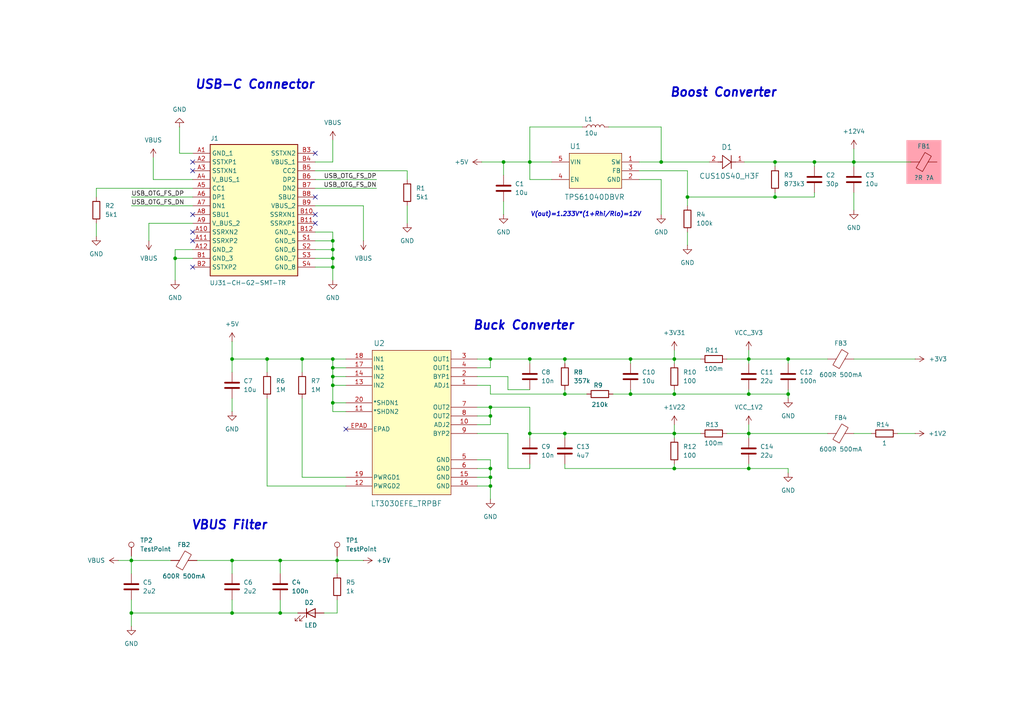
<source format=kicad_sch>
(kicad_sch (version 20250114) (generator "eeschema") (generator_version "9.0")
  (paper "A4")
  (lib_symbols
    (symbol "Connector:TestPoint" (pin_numbers (hide yes)) (pin_names (offset 0.762) (hide yes))
      (property "Reference" "TP" (at 0 6.858 0))
      (property "Value" "TestPoint" (at 0 5.08 0))
      (symbol "TestPoint_0_1"
        (circle (center 0 3.302) (radius 0.762))
      )
      (symbol "TestPoint_1_1"
        (pin passive line (at 0 0 90) (length 2.54) (name "1") (number "1"))
      )
    )
    (symbol "Custom:CUS10S40_H3F" (pin_names (offset 0.254))
      (property "Reference" "D" (at 5.08 4.445 0))
      (property "Value" "CUS10S40_H3F" (at 5.08 -3.81 0))
      (symbol "CUS10S40_H3F_1_1"
        (polyline (pts (xy 2.54 0) (xy 3.4798 0)) (stroke (width 0.2032)))
        (polyline (pts (xy 3.175 0) (xy 3.81 0)) (stroke (width 0.2032)))
        (polyline (pts (xy 3.81 1.905) (xy 3.81 -1.905)) (stroke (width 0.2032)))
        (polyline (pts (xy 3.81 -1.905) (xy 6.35 0)) (stroke (width 0.2032)))
        (polyline (pts (xy 6.35 0) (xy 3.81 1.905)) (stroke (width 0.2032)))
        (polyline (pts (xy 6.35 0) (xy 7.62 0)) (stroke (width 0.2032)))
        (polyline (pts (xy 6.35 -1.905) (xy 6.35 1.905)) (stroke (width 0.2032)))
        (pin unspecified line (at 0 0 0) (length 2.54) (name "") (number "2"))
        (pin unspecified line (at 10.16 0 180) (length 2.54) (name "") (number "1"))
      )
      (symbol "CUS10S40_H3F_1_2"
        (polyline (pts (xy -1.905 3.81) (xy 1.905 3.81)) (stroke (width 0.2032)))
        (polyline (pts (xy 0 6.35) (xy -1.905 3.81)) (stroke (width 0.2032)))
        (polyline (pts (xy 0 6.35) (xy 0 7.62)) (stroke (width 0.2032)))
        (polyline (pts (xy 0 3.175) (xy 0 3.81)) (stroke (width 0.2032)))
        (polyline (pts (xy 0 2.54) (xy 0 3.4798)) (stroke (width 0.2032)))
        (polyline (pts (xy 1.905 6.35) (xy -1.905 6.35)) (stroke (width 0.2032)))
        (polyline (pts (xy 1.905 3.81) (xy 0 6.35)) (stroke (width 0.2032)))
        (pin unspecified line (at 0 10.16 270) (length 2.54) (name "") (number "1"))
        (pin unspecified line (at 0 0 90) (length 2.54) (name "") (number "2"))
      )
    )
    (symbol "Custom:LT3030EFE_TRPBF" (pin_names (offset 0.254))
      (property "Reference" "U" (at 8.89 5.588 0))
      (property "Value" "LT3030EFE_TRPBF" (at 18.542 -41.656 0))
      (symbol "LT3030EFE_TRPBF_1_1"
        (rectangle (start 7.62 3.81) (end 30.48 -38.1) (fill (type background)))
        (pin input line (at 0 1.27 0) (length 7.62) (name "IN1") (number "18"))
        (pin input line (at 0 -1.27 0) (length 7.62) (name "IN1") (number "17"))
        (pin input line (at 0 -3.81 0) (length 7.62) (name "IN2") (number "14"))
        (pin input line (at 0 -6.35 0) (length 7.62) (name "IN2") (number "13"))
        (pin output line (at 0 -11.43 0) (length 7.62) (name "*SHDN1") (number "20"))
        (pin output line (at 0 -13.97 0) (length 7.62) (name "*SHDN2") (number "11"))
        (pin unspecified line (at 0 -19.05 0) (length 7.62) (name "EPAD") (number "EPAD"))
        (pin power_in line (at 0 -33.02 0) (length 7.62) (name "PWRGD1") (number "19"))
        (pin power_in line (at 0 -35.56 0) (length 7.62) (name "PWRGD2") (number "12"))
        (pin output line (at 38.1 1.27 180) (length 7.62) (name "OUT1") (number "3"))
        (pin output line (at 38.1 -1.27 180) (length 7.62) (name "OUT1") (number "4"))
        (pin unspecified line (at 38.1 -3.81 180) (length 7.62) (name "BYP1") (number "2"))
        (pin input line (at 38.1 -6.35 180) (length 7.62) (name "ADJ1") (number "1"))
        (pin output line (at 38.1 -12.7 180) (length 7.62) (name "OUT2") (number "7"))
        (pin output line (at 38.1 -15.24 180) (length 7.62) (name "OUT2") (number "8"))
        (pin input line (at 38.1 -17.78 180) (length 7.62) (name "ADJ2") (number "10"))
        (pin unspecified line (at 38.1 -20.32 180) (length 7.62) (name "BYP2") (number "9"))
        (pin power_in line (at 38.1 -27.94 180) (length 7.62) (name "GND") (number "5"))
        (pin power_in line (at 38.1 -30.48 180) (length 7.62) (name "GND") (number "6"))
        (pin power_in line (at 38.1 -33.02 180) (length 7.62) (name "GND") (number "15"))
        (pin power_in line (at 38.1 -35.56 180) (length 7.62) (name "GND") (number "16"))
      )
    )
    (symbol "Custom:TPS61040DBVR" (pin_names (offset 0.254))
      (property "Reference" "U" (at -11.684 16.002 0))
      (property "Value" "TPS61040DBVR" (at -5.08 1.524 0))
      (symbol "TPS61040DBVR_0_1"
        (pin power_in line (at -17.78 11.43 0) (length 5.08) (name "VIN") (number "5"))
        (pin input line (at -17.78 6.35 0) (length 5.08) (name "EN") (number "4"))
        (pin power_in line (at 7.62 11.43 180) (length 5.08) (name "SW") (number "1"))
        (pin input line (at 7.62 8.89 180) (length 5.08) (name "FB") (number "3"))
        (pin power_in line (at 7.62 6.35 180) (length 5.08) (name "GND") (number "2"))
      )
      (symbol "TPS61040DBVR_1_1"
        (rectangle (start -12.7 13.97) (end 2.54 3.81) (fill (type background)))
      )
    )
    (symbol "Custom:UJ31-CH-G2-SMT-TR"
      (property "Reference" "J" (at 5.334 5.08 0))
      (property "Value" "UJ31-CH-G2-SMT-TR" (at 4.826 -36.83 0))
      (symbol "UJ31-CH-G2-SMT-TR_1_1"
        (rectangle (start 5.08 2.54) (end 30.48 -35.56) (stroke (width 0.254)) (fill (type background)))
        (pin passive line (at 0 0 0) (length 5.08) (name "GND_1") (number "A1"))
        (pin passive line (at 0 -2.54 0) (length 5.08) (name "SSTXP1") (number "A2"))
        (pin passive line (at 0 -5.08 0) (length 5.08) (name "SSTXN1") (number "A3"))
        (pin passive line (at 0 -7.62 0) (length 5.08) (name "V_BUS_1") (number "A4"))
        (pin passive line (at 0 -10.16 0) (length 5.08) (name "CC1") (number "A5"))
        (pin passive line (at 0 -12.7 0) (length 5.08) (name "DP1") (number "A6"))
        (pin passive line (at 0 -15.24 0) (length 5.08) (name "DN1") (number "A7"))
        (pin passive line (at 0 -17.78 0) (length 5.08) (name "SBU1") (number "A8"))
        (pin passive line (at 0 -20.32 0) (length 5.08) (name "V_BUS_2") (number "A9"))
        (pin passive line (at 0 -22.86 0) (length 5.08) (name "SSRXN2") (number "A10"))
        (pin passive line (at 0 -25.4 0) (length 5.08) (name "SSRXP2") (number "A11"))
        (pin passive line (at 0 -27.94 0) (length 5.08) (name "GND_2") (number "A12"))
        (pin passive line (at 0 -30.48 0) (length 5.08) (name "GND_3") (number "B1"))
        (pin passive line (at 0 -33.02 0) (length 5.08) (name "SSTXP2") (number "B2"))
        (pin passive line (at 35.56 0 180) (length 5.08) (name "SSTXN2") (number "B3"))
        (pin passive line (at 35.56 -2.54 180) (length 5.08) (name "VBUS_1") (number "B4"))
        (pin passive line (at 35.56 -5.08 180) (length 5.08) (name "CC2") (number "B5"))
        (pin passive line (at 35.56 -7.62 180) (length 5.08) (name "DP2") (number "B6"))
        (pin passive line (at 35.56 -10.16 180) (length 5.08) (name "DN2") (number "B7"))
        (pin passive line (at 35.56 -12.7 180) (length 5.08) (name "SBU2") (number "B8"))
        (pin passive line (at 35.56 -15.24 180) (length 5.08) (name "VBUS_2") (number "B9"))
        (pin passive line (at 35.56 -17.78 180) (length 5.08) (name "SSRXN1") (number "B10"))
        (pin passive line (at 35.56 -20.32 180) (length 5.08) (name "SSRXP1") (number "B11"))
        (pin passive line (at 35.56 -22.86 180) (length 5.08) (name "GND_4") (number "B12"))
        (pin passive line (at 35.56 -25.4 180) (length 5.08) (name "GND_5") (number "S1"))
        (pin passive line (at 35.56 -27.94 180) (length 5.08) (name "GND_6") (number "S2"))
        (pin passive line (at 35.56 -30.48 180) (length 5.08) (name "GND_7") (number "S3"))
        (pin passive line (at 35.56 -33.02 180) (length 5.08) (name "GND_8") (number "S4"))
      )
    )
    (symbol "Device:C" (pin_numbers (hide yes)) (pin_names (offset 0.254))
      (property "Reference" "C" (at 0.635 2.54 0))
      (property "Value" "C" (at 0.635 -2.54 0))
      (symbol "C_0_1"
        (polyline (pts (xy -2.032 0.762) (xy 2.032 0.762)) (stroke (width 0.508)))
        (polyline (pts (xy -2.032 -0.762) (xy 2.032 -0.762)) (stroke (width 0.508)))
      )
      (symbol "C_1_1"
        (pin passive line (at 0 3.81 270) (length 2.794) (name "~") (number "1"))
        (pin passive line (at 0 -3.81 90) (length 2.794) (name "~") (number "2"))
      )
    )
    (symbol "Device:FerriteBead" (pin_numbers (hide yes)) (pin_names (offset 0))
      (property "Reference" "FB" (at -3.81 0.635 90))
      (property "Value" "FerriteBead" (at 3.81 0 90))
      (symbol "FerriteBead_0_1"
        (polyline (pts (xy -2.7686 0.4064) (xy -1.7018 2.2606) (xy 2.7686 -0.3048) (xy 1.6764 -2.159) (xy -2.7686 0.4064)))
        (polyline (pts (xy 0 1.27) (xy 0 1.2954)))
        (polyline (pts (xy 0 -1.27) (xy 0 -1.2192)))
      )
      (symbol "FerriteBead_1_1"
        (pin passive line (at 0 3.81 270) (length 2.54) (name "~") (number "1"))
        (pin passive line (at 0 -3.81 90) (length 2.54) (name "~") (number "2"))
      )
    )
    (symbol "Device:L" (pin_numbers (hide yes)) (pin_names (offset 1.016) (hide yes))
      (property "Reference" "L" (at -1.27 0 90))
      (property "Value" "L" (at 1.905 0 90))
      (symbol "L_0_1"
        (arc (start 0 2.54) (mid 0.6323 1.905) (end 0 1.27))
        (arc (start 0 1.27) (mid 0.6323 0.635) (end 0 0))
        (arc (start 0 0) (mid 0.6323 -0.635) (end 0 -1.27))
        (arc (start 0 -1.27) (mid 0.6323 -1.905) (end 0 -2.54))
      )
      (symbol "L_1_1"
        (pin passive line (at 0 3.81 270) (length 1.27) (name "1") (number "1"))
        (pin passive line (at 0 -3.81 90) (length 1.27) (name "2") (number "2"))
      )
    )
    (symbol "Device:LED" (pin_numbers (hide yes)) (pin_names (offset 1.016) (hide yes))
      (property "Reference" "D" (at 0 2.54 0))
      (property "Value" "LED" (at 0 -2.54 0))
      (symbol "LED_0_1"
        (polyline (pts (xy -3.048 -0.762) (xy -4.572 -2.286) (xy -3.81 -2.286) (xy -4.572 -2.286) (xy -4.572 -1.524)))
        (polyline (pts (xy -1.778 -0.762) (xy -3.302 -2.286) (xy -2.54 -2.286) (xy -3.302 -2.286) (xy -3.302 -1.524)))
        (polyline (pts (xy -1.27 0) (xy 1.27 0)))
        (polyline (pts (xy -1.27 -1.27) (xy -1.27 1.27)) (stroke (width 0.254)))
        (polyline (pts (xy 1.27 -1.27) (xy 1.27 1.27) (xy -1.27 0) (xy 1.27 -1.27)) (stroke (width 0.254)))
      )
      (symbol "LED_1_1"
        (pin passive line (at -3.81 0 0) (length 2.54) (name "K") (number "1"))
        (pin passive line (at 3.81 0 180) (length 2.54) (name "A") (number "2"))
      )
    )
    (symbol "Device:R" (pin_numbers (hide yes)) (pin_names (offset 0))
      (property "Reference" "R" (at 2.032 0 90))
      (property "Value" "R" (at 0 0 90))
      (symbol "R_0_1"
        (rectangle (start -1.016 -2.54) (end 1.016 2.54) (stroke (width 0.254)))
      )
      (symbol "R_1_1"
        (pin passive line (at 0 3.81 270) (length 1.27) (name "~") (number "1"))
        (pin passive line (at 0 -3.81 90) (length 1.27) (name "~") (number "2"))
      )
    )
    (symbol "power:+5V" (power) (pin_numbers (hide yes)) (pin_names (offset 0) (hide yes))
      (property "Value" "+5V" (at 0 3.556 0))
      (symbol "+5V_0_1"
        (polyline (pts (xy -0.762 1.27) (xy 0 2.54)))
        (polyline (pts (xy 0 2.54) (xy 0.762 1.27)))
        (polyline (pts (xy 0 0) (xy 0 2.54)))
      )
      (symbol "+5V_1_1"
        (pin power_in line (at 0 0 90) (length 0) (name "~") (number "1"))
      )
    )
    (symbol "power:GND" (power) (pin_numbers (hide yes)) (pin_names (offset 0) (hide yes))
      (property "Value" "GND" (at 0 -3.81 0))
      (symbol "GND_0_1"
        (polyline (pts (xy 0 0) (xy 0 -1.27) (xy 1.27 -1.27) (xy 0 -2.54) (xy -1.27 -1.27) (xy 0 -1.27)))
      )
      (symbol "GND_1_1"
        (pin power_in line (at 0 0 270) (length 0) (name "~") (number "1"))
      )
    )
  )
  (rectangle (start 262.89 40.64) (end 273.05 53.34) (stroke (width -0.0001)) (fill (type color) (color 255 162 177 1)))
  (text "USB-C Connector" (at 73.914 24.638 0) (effects (font (size 2.54 2.54) (thickness 0.508) (bold yes) (italic yes))))
  (text "VBUS Filter" (at 66.548 152.4 0) (effects (font (size 2.54 2.54) (thickness 0.508) (bold yes) (italic yes))))
  (text "Buck Converter" (at 151.892 94.488 0) (effects (font (size 2.54 2.54) (thickness 0.508) (bold yes) (italic yes))))
  (text "V(out)=1.233V*(1+Rhi/Rlo)=12V" (at 169.926 62.23 0) (effects (font (size 1.27 1.27) (thickness 0.254) (bold yes) (italic yes))))
  (text "Boost Converter" (at 209.804 26.924 0) (effects (font (size 2.54 2.54) (thickness 0.508) (bold yes) (italic yes))))
  (junction (at 217.17 125.73))
  (junction (at 87.63 104.14))
  (junction (at 163.83 125.73))
  (junction (at 182.88 114.3))
  (junction (at 67.31 177.8))
  (junction (at 224.79 57.15))
  (junction (at 96.52 74.93))
  (junction (at 153.67 46.99))
  (junction (at 142.24 120.65))
  (junction (at 146.05 46.99))
  (junction (at 217.17 135.89))
  (junction (at 191.77 46.99))
  (junction (at 96.52 69.85))
  (junction (at 153.67 104.14))
  (junction (at 182.88 104.14))
  (junction (at 67.31 162.56))
  (junction (at 77.47 104.14))
  (junction (at 38.1 177.8))
  (junction (at 142.24 138.43))
  (junction (at 224.79 46.99))
  (junction (at 217.17 104.14))
  (junction (at 96.52 104.14))
  (junction (at 96.52 77.47))
  (junction (at 199.39 57.15))
  (junction (at 142.24 140.97))
  (junction (at 96.52 106.68))
  (junction (at 228.6 114.3))
  (junction (at 163.83 114.3))
  (junction (at 67.31 104.14))
  (junction (at 195.58 125.73))
  (junction (at 96.52 116.84))
  (junction (at 247.65 46.99))
  (junction (at 163.83 104.14))
  (junction (at 142.24 135.89))
  (junction (at 38.1 162.56))
  (junction (at 195.58 104.14))
  (junction (at 96.52 109.22))
  (junction (at 217.17 114.3))
  (junction (at 96.52 111.76))
  (junction (at 81.28 162.56))
  (junction (at 236.22 46.99))
  (junction (at 142.24 118.11))
  (junction (at 97.79 162.56))
  (junction (at 96.52 72.39))
  (junction (at 195.58 114.3))
  (junction (at 228.6 104.14))
  (junction (at 81.28 177.8))
  (junction (at 50.8 74.93))
  (junction (at 142.24 104.14))
  (junction (at 153.67 125.73))
  (junction (at 195.58 135.89))
  (no_connect (at 100.33 124.46))
  (no_connect (at 55.88 62.23))
  (no_connect (at 55.88 69.85))
  (no_connect (at 55.88 46.99))
  (no_connect (at 91.44 57.15))
  (no_connect (at 91.44 64.77))
  (no_connect (at 91.44 44.45))
  (no_connect (at 55.88 49.53))
  (no_connect (at 55.88 77.47))
  (no_connect (at 55.88 67.31))
  (no_connect (at 91.44 62.23))
  (wire (pts (xy 195.58 105.41) (xy 195.58 104.14)))
  (wire (pts (xy 97.79 177.8) (xy 93.98 177.8)))
  (wire (pts (xy 67.31 104.14) (xy 67.31 107.95)))
  (wire (pts (xy 228.6 104.14) (xy 217.17 104.14)))
  (wire (pts (xy 153.67 135.89) (xy 153.67 134.62)))
  (wire (pts (xy 38.1 177.8) (xy 67.31 177.8)))
  (wire (pts (xy 163.83 125.73) (xy 195.58 125.73)))
  (wire (pts (xy 138.43 106.68) (xy 142.24 106.68)))
  (wire (pts (xy 160.02 52.07) (xy 153.67 52.07)))
  (wire (pts (xy 163.83 114.3) (xy 163.83 113.03)))
  (wire (pts (xy 236.22 48.26) (xy 236.22 46.99)))
  (wire (pts (xy 142.24 120.65) (xy 138.43 120.65)))
  (wire (pts (xy 138.43 133.35) (xy 142.24 133.35)))
  (wire (pts (xy 182.88 104.14) (xy 182.88 105.41)))
  (wire (pts (xy 163.83 135.89) (xy 163.83 134.62)))
  (wire (pts (xy 55.88 72.39) (xy 50.8 72.39)))
  (wire (pts (xy 224.79 57.15) (xy 224.79 55.88)))
  (wire (pts (xy 38.1 162.56) (xy 38.1 166.37)))
  (wire (pts (xy 91.44 67.31) (xy 96.52 67.31)))
  (wire (pts (xy 247.65 55.88) (xy 247.65 60.96)))
  (wire (pts (xy 185.42 52.07) (xy 191.77 52.07)))
  (wire (pts (xy 185.42 49.53) (xy 199.39 49.53)))
  (wire (pts (xy 142.24 123.19) (xy 142.24 120.65)))
  (wire (pts (xy 118.11 49.53) (xy 118.11 52.07)))
  (wire (pts (xy 195.58 104.14) (xy 203.2 104.14)))
  (wire (pts (xy 87.63 138.43) (xy 87.63 115.57)))
  (wire (pts (xy 146.05 58.42) (xy 146.05 62.23)))
  (wire (pts (xy 228.6 137.16) (xy 228.6 135.89)))
  (wire (pts (xy 138.43 125.73) (xy 147.32 125.73)))
  (wire (pts (xy 118.11 59.69) (xy 118.11 64.77)))
  (wire (pts (xy 153.67 105.41) (xy 153.67 104.14)))
  (wire (pts (xy 147.32 135.89) (xy 147.32 125.73)))
  (wire (pts (xy 147.32 109.22) (xy 147.32 113.03)))
  (wire (pts (xy 217.17 134.62) (xy 217.17 135.89)))
  (wire (pts (xy 153.67 127) (xy 153.67 125.73)))
  (wire (pts (xy 163.83 114.3) (xy 170.18 114.3)))
  (wire (pts (xy 96.52 106.68) (xy 96.52 104.14)))
  (wire (pts (xy 217.17 101.6) (xy 217.17 104.14)))
  (wire (pts (xy 195.58 113.03) (xy 195.58 114.3)))
  (wire (pts (xy 100.33 140.97) (xy 77.47 140.97)))
  (wire (pts (xy 96.52 111.76) (xy 96.52 109.22)))
  (wire (pts (xy 100.33 138.43) (xy 87.63 138.43)))
  (wire (pts (xy 191.77 46.99) (xy 205.74 46.99)))
  (wire (pts (xy 163.83 105.41) (xy 163.83 104.14)))
  (wire (pts (xy 67.31 99.06) (xy 67.31 104.14)))
  (wire (pts (xy 195.58 135.89) (xy 195.58 134.62)))
  (wire (pts (xy 96.52 77.47) (xy 96.52 81.28)))
  (wire (pts (xy 153.67 52.07) (xy 153.67 46.99)))
  (wire (pts (xy 217.17 113.03) (xy 217.17 114.3)))
  (wire (pts (xy 142.24 114.3) (xy 163.83 114.3)))
  (wire (pts (xy 52.07 44.45) (xy 55.88 44.45)))
  (wire (pts (xy 153.67 125.73) (xy 163.83 125.73)))
  (wire (pts (xy 81.28 177.8) (xy 86.36 177.8)))
  (wire (pts (xy 217.17 127) (xy 217.17 125.73)))
  (wire (pts (xy 199.39 57.15) (xy 199.39 59.69)))
  (wire (pts (xy 236.22 55.88) (xy 236.22 57.15)))
  (wire (pts (xy 97.79 162.56) (xy 97.79 166.37)))
  (wire (pts (xy 182.88 114.3) (xy 182.88 113.03)))
  (wire (pts (xy 153.67 118.11) (xy 142.24 118.11)))
  (wire (pts (xy 228.6 104.14) (xy 240.03 104.14)))
  (wire (pts (xy 38.1 177.8) (xy 38.1 181.61)))
  (wire (pts (xy 153.67 125.73) (xy 153.67 118.11)))
  (wire (pts (xy 163.83 135.89) (xy 195.58 135.89)))
  (wire (pts (xy 38.1 59.69) (xy 55.88 59.69)))
  (wire (pts (xy 100.33 109.22) (xy 96.52 109.22)))
  (wire (pts (xy 77.47 104.14) (xy 77.47 107.95)))
  (wire (pts (xy 217.17 105.41) (xy 217.17 104.14)))
  (wire (pts (xy 138.43 140.97) (xy 142.24 140.97)))
  (wire (pts (xy 195.58 114.3) (xy 182.88 114.3)))
  (wire (pts (xy 57.15 162.56) (xy 67.31 162.56)))
  (wire (pts (xy 27.94 64.77) (xy 27.94 68.58)))
  (wire (pts (xy 77.47 104.14) (xy 87.63 104.14)))
  (wire (pts (xy 91.44 54.61) (xy 109.22 54.61)))
  (wire (pts (xy 67.31 115.57) (xy 67.31 119.38)))
  (wire (pts (xy 67.31 104.14) (xy 77.47 104.14)))
  (wire (pts (xy 105.41 59.69) (xy 105.41 69.85)))
  (wire (pts (xy 96.52 74.93) (xy 96.52 77.47)))
  (wire (pts (xy 224.79 46.99) (xy 224.79 48.26)))
  (wire (pts (xy 138.43 109.22) (xy 147.32 109.22)))
  (wire (pts (xy 67.31 162.56) (xy 81.28 162.56)))
  (wire (pts (xy 199.39 67.31) (xy 199.39 71.12)))
  (wire (pts (xy 81.28 162.56) (xy 81.28 166.37)))
  (wire (pts (xy 142.24 111.76) (xy 142.24 114.3)))
  (wire (pts (xy 217.17 114.3) (xy 195.58 114.3)))
  (wire (pts (xy 163.83 104.14) (xy 182.88 104.14)))
  (wire (pts (xy 153.67 36.83) (xy 153.67 46.99)))
  (wire (pts (xy 247.65 43.18) (xy 247.65 46.99)))
  (wire (pts (xy 142.24 140.97) (xy 142.24 144.78)))
  (wire (pts (xy 96.52 119.38) (xy 96.52 116.84)))
  (wire (pts (xy 91.44 49.53) (xy 118.11 49.53)))
  (wire (pts (xy 142.24 106.68) (xy 142.24 104.14)))
  (wire (pts (xy 236.22 57.15) (xy 224.79 57.15)))
  (wire (pts (xy 91.44 46.99) (xy 96.52 46.99)))
  (wire (pts (xy 176.53 36.83) (xy 191.77 36.83)))
  (wire (pts (xy 96.52 69.85) (xy 96.52 72.39)))
  (wire (pts (xy 142.24 120.65) (xy 142.24 118.11)))
  (wire (pts (xy 147.32 135.89) (xy 153.67 135.89)))
  (wire (pts (xy 87.63 104.14) (xy 87.63 107.95)))
  (wire (pts (xy 247.65 48.26) (xy 247.65 46.99)))
  (wire (pts (xy 27.94 57.15) (xy 27.94 54.61)))
  (wire (pts (xy 81.28 162.56) (xy 97.79 162.56)))
  (wire (pts (xy 191.77 52.07) (xy 191.77 62.23)))
  (wire (pts (xy 177.8 114.3) (xy 182.88 114.3)))
  (wire (pts (xy 142.24 133.35) (xy 142.24 135.89)))
  (wire (pts (xy 228.6 105.41) (xy 228.6 104.14)))
  (wire (pts (xy 97.79 161.29) (xy 97.79 162.56)))
  (wire (pts (xy 163.83 125.73) (xy 163.83 127)))
  (wire (pts (xy 217.17 104.14) (xy 210.82 104.14)))
  (wire (pts (xy 91.44 69.85) (xy 96.52 69.85)))
  (wire (pts (xy 153.67 104.14) (xy 163.83 104.14)))
  (wire (pts (xy 91.44 52.07) (xy 109.22 52.07)))
  (wire (pts (xy 217.17 125.73) (xy 210.82 125.73)))
  (wire (pts (xy 81.28 173.99) (xy 81.28 177.8)))
  (wire (pts (xy 191.77 36.83) (xy 191.77 46.99)))
  (wire (pts (xy 44.45 52.07) (xy 55.88 52.07)))
  (wire (pts (xy 217.17 123.19) (xy 217.17 125.73)))
  (wire (pts (xy 52.07 36.83) (xy 52.07 44.45)))
  (wire (pts (xy 50.8 74.93) (xy 55.88 74.93)))
  (wire (pts (xy 87.63 104.14) (xy 96.52 104.14)))
  (wire (pts (xy 147.32 113.03) (xy 153.67 113.03)))
  (wire (pts (xy 100.33 119.38) (xy 96.52 119.38)))
  (wire (pts (xy 247.65 46.99) (xy 236.22 46.99)))
  (wire (pts (xy 146.05 46.99) (xy 146.05 50.8)))
  (wire (pts (xy 67.31 173.99) (xy 67.31 177.8)))
  (wire (pts (xy 153.67 46.99) (xy 160.02 46.99)))
  (wire (pts (xy 96.52 40.64) (xy 96.52 46.99)))
  (wire (pts (xy 44.45 45.72) (xy 44.45 52.07)))
  (wire (pts (xy 146.05 46.99) (xy 153.67 46.99)))
  (wire (pts (xy 138.43 111.76) (xy 142.24 111.76)))
  (wire (pts (xy 195.58 123.19) (xy 195.58 125.73)))
  (wire (pts (xy 195.58 101.6) (xy 195.58 104.14)))
  (wire (pts (xy 217.17 125.73) (xy 240.03 125.73)))
  (wire (pts (xy 77.47 140.97) (xy 77.47 115.57)))
  (wire (pts (xy 91.44 59.69) (xy 105.41 59.69)))
  (wire (pts (xy 43.18 64.77) (xy 43.18 69.85)))
  (wire (pts (xy 138.43 123.19) (xy 142.24 123.19)))
  (wire (pts (xy 228.6 114.3) (xy 217.17 114.3)))
  (wire (pts (xy 228.6 113.03) (xy 228.6 114.3)))
  (wire (pts (xy 34.29 162.56) (xy 38.1 162.56)))
  (wire (pts (xy 96.52 72.39) (xy 96.52 74.93)))
  (wire (pts (xy 199.39 49.53) (xy 199.39 57.15)))
  (wire (pts (xy 247.65 104.14) (xy 265.43 104.14)))
  (wire (pts (xy 142.24 138.43) (xy 142.24 140.97)))
  (wire (pts (xy 100.33 116.84) (xy 96.52 116.84)))
  (wire (pts (xy 142.24 104.14) (xy 138.43 104.14)))
  (wire (pts (xy 67.31 162.56) (xy 67.31 166.37)))
  (wire (pts (xy 215.9 46.99) (xy 224.79 46.99)))
  (wire (pts (xy 96.52 109.22) (xy 96.52 106.68)))
  (wire (pts (xy 236.22 46.99) (xy 224.79 46.99)))
  (wire (pts (xy 91.44 74.93) (xy 96.52 74.93)))
  (wire (pts (xy 195.58 104.14) (xy 182.88 104.14)))
  (wire (pts (xy 138.43 118.11) (xy 142.24 118.11)))
  (wire (pts (xy 168.91 36.83) (xy 153.67 36.83)))
  (wire (pts (xy 67.31 177.8) (xy 81.28 177.8)))
  (wire (pts (xy 139.7 46.99) (xy 146.05 46.99)))
  (wire (pts (xy 199.39 57.15) (xy 224.79 57.15)))
  (wire (pts (xy 138.43 135.89) (xy 142.24 135.89)))
  (wire (pts (xy 55.88 64.77) (xy 43.18 64.77)))
  (wire (pts (xy 50.8 72.39) (xy 50.8 74.93)))
  (wire (pts (xy 247.65 46.99) (xy 264.16 46.99)))
  (wire (pts (xy 38.1 161.29) (xy 38.1 162.56)))
  (wire (pts (xy 138.43 138.43) (xy 142.24 138.43)))
  (wire (pts (xy 260.35 125.73) (xy 265.43 125.73)))
  (wire (pts (xy 195.58 125.73) (xy 203.2 125.73)))
  (wire (pts (xy 217.17 135.89) (xy 195.58 135.89)))
  (wire (pts (xy 97.79 162.56) (xy 105.41 162.56)))
  (wire (pts (xy 38.1 173.99) (xy 38.1 177.8)))
  (wire (pts (xy 100.33 106.68) (xy 96.52 106.68)))
  (wire (pts (xy 195.58 125.73) (xy 195.58 127)))
  (wire (pts (xy 185.42 46.99) (xy 191.77 46.99)))
  (wire (pts (xy 228.6 114.3) (xy 228.6 115.57)))
  (wire (pts (xy 91.44 77.47) (xy 96.52 77.47)))
  (wire (pts (xy 153.67 104.14) (xy 142.24 104.14)))
  (wire (pts (xy 27.94 54.61) (xy 55.88 54.61)))
  (wire (pts (xy 100.33 111.76) (xy 96.52 111.76)))
  (wire (pts (xy 38.1 162.56) (xy 49.53 162.56)))
  (wire (pts (xy 38.1 57.15) (xy 55.88 57.15)))
  (wire (pts (xy 97.79 173.99) (xy 97.79 177.8)))
  (wire (pts (xy 228.6 135.89) (xy 217.17 135.89)))
  (wire (pts (xy 96.52 67.31) (xy 96.52 69.85)))
  (wire (pts (xy 50.8 74.93) (xy 50.8 81.28)))
  (wire (pts (xy 247.65 125.73) (xy 252.73 125.73)))
  (wire (pts (xy 96.52 104.14) (xy 100.33 104.14)))
  (wire (pts (xy 142.24 135.89) (xy 142.24 138.43)))
  (wire (pts (xy 91.44 72.39) (xy 96.52 72.39)))
  (wire (pts (xy 96.52 116.84) (xy 96.52 111.76)))
  (label "USB_OTG_FS_DN" (at 109.22 54.61 180))
  (label "USB_OTG_FS_DN" (at 38.1 59.69 0))
  (label "USB_OTG_FS_DP" (at 38.1 57.15 0))
  (label "USB_OTG_FS_DP" (at 109.22 52.07 180))
  (symbol (lib_id "Device:R") (at 195.58 109.22 180) (unit 1)
    (property "Reference" "R10" (at 198.12 107.9499 0) (effects (justify right)))
    (property "Value" "100" (at 198.12 110.4899 0) (effects (justify right)))
    (property "Description" "Resistor" (effects (hide yes)))
  )
  (symbol (lib_id "power:GND") (at 191.77 62.23 0) (unit 1)
    (property "Reference" "#PWR010" (effects (hide yes)))
    (property "Value" "GND" (at 191.77 67.31 0))
    (property "Description" "Power symbol creates a global label with name \"GND\" , ground" (effects (hide yes)))
  )
  (symbol (lib_id "Custom:TPS61040DBVR") (at 177.8 58.42 0) (unit 1)
    (property "Reference" "U1" (at 166.878 42.418 0) (effects (font (size 1.524 1.524))))
    (property "Value" "TPS61040DBVR" (at 172.466 57.15 0) (effects (font (size 1.524 1.524))))
    (property "Footprint" "Custom:TPS61040DBVR" (effects (hide yes)))
    (property "Datasheet" "https://www.ti.com/lit/gpn/tps61040" (effects (hide yes)))
  )
  (symbol (lib_id "Device:R") (at 195.58 130.81 180) (unit 1)
    (property "Reference" "R12" (at 198.12 129.5399 0) (effects (justify right)))
    (property "Value" "100" (at 198.12 132.0799 0) (effects (justify right)))
    (property "Description" "Resistor" (effects (hide yes)))
  )
  (symbol (lib_id "Device:L") (at 172.72 36.83 90) (unit 1)
    (property "Reference" "L1" (at 170.688 34.544 90))
    (property "Value" "10u" (at 171.45 38.608 90))
    (property "Description" "Inductor" (effects (hide yes)))
  )
  (symbol (lib_id "power:GND") (at 228.6 137.16 0) (unit 1)
    (property "Reference" "#PWR025" (effects (hide yes)))
    (property "Value" "GND" (at 228.6 142.24 0))
    (property "Description" "Power symbol creates a global label with name \"GND\" , ground" (effects (hide yes)))
  )
  (symbol (lib_id "power:+5V") (at 44.45 45.72 0) (unit 1)
    (property "Reference" "#PWR01" (effects (hide yes)))
    (property "Value" "VBUS" (at 44.45 40.64 0))
    (property "Description" "Power symbol creates a global label with name \"+5V\"" (effects (hide yes)))
  )
  (symbol (lib_id "Device:R") (at 207.01 125.73 270) (unit 1)
    (property "Reference" "R13" (at 206.502 123.19 90))
    (property "Value" "100m" (at 207.01 128.524 90))
    (property "Description" "Resistor" (effects (hide yes)))
  )
  (symbol (lib_id "power:GND") (at 96.52 81.28 0) (unit 1)
    (property "Reference" "#PWR03" (effects (hide yes)))
    (property "Value" "GND" (at 96.52 86.36 0))
    (property "Description" "Power symbol creates a global label with name \"GND\" , ground" (effects (hide yes)))
  )
  (symbol (lib_id "power:+5V") (at 247.65 43.18 0) (unit 1)
    (property "Reference" "#PWR015" (effects (hide yes)))
    (property "Value" "+12V4" (at 247.65 38.1 0))
    (property "Description" "Power symbol creates a global label with name \"+5V\"" (effects (hide yes)))
  )
  (symbol (lib_id "Device:R") (at 27.94 60.96 0) (unit 1)
    (property "Reference" "R2" (at 30.48 59.6899 0) (effects (justify left)))
    (property "Value" "5k1" (at 30.48 62.2299 0) (effects (justify left)))
    (property "Description" "Resistor" (effects (hide yes)))
  )
  (symbol (lib_id "power:+5V") (at 195.58 123.19 0) (unit 1)
    (property "Reference" "#PWR027" (effects (hide yes)))
    (property "Value" "+1V22" (at 195.58 118.11 0))
    (property "Description" "Power symbol creates a global label with name \"+5V\"" (effects (hide yes)))
  )
  (symbol (lib_id "power:GND") (at 67.31 119.38 0) (unit 1)
    (property "Reference" "#PWR020" (effects (hide yes)))
    (property "Value" "GND" (at 67.31 124.46 0))
    (property "Description" "Power symbol creates a global label with name \"GND\" , ground" (effects (hide yes)))
  )
  (symbol (lib_id "power:+5V") (at 67.31 99.06 0) (unit 1)
    (property "Reference" "#PWR021" (effects (hide yes)))
    (property "Value" "+5V" (at 67.31 93.98 0))
    (property "Description" "Power symbol creates a global label with name \"+5V\"" (effects (hide yes)))
  )
  (symbol (lib_id "Device:C") (at 81.28 170.18 0) (unit 1)
    (property "Reference" "C4" (at 84.582 168.91 0) (effects (justify left)))
    (property "Value" "100n" (at 84.582 171.45 0) (effects (justify left)))
    (property "Description" "Unpolarized capacitor" (effects (hide yes)))
  )
  (symbol (lib_id "Device:C") (at 247.65 52.07 0) (unit 1)
    (property "Reference" "C3" (at 250.952 50.8 0) (effects (justify left)))
    (property "Value" "10u" (at 250.952 53.34 0) (effects (justify left)))
    (property "Description" "Unpolarized capacitor" (effects (hide yes)))
  )
  (symbol (lib_id "Device:C") (at 153.67 109.22 0) (unit 1)
    (property "Reference" "C8" (at 156.972 107.95 0) (effects (justify left)))
    (property "Value" "10n" (at 156.972 110.49 0) (effects (justify left)))
    (property "Description" "Unpolarized capacitor" (effects (hide yes)))
  )
  (symbol (lib_id "Device:C") (at 146.05 54.61 0) (unit 1)
    (property "Reference" "C1" (at 149.352 53.34 0) (effects (justify left)))
    (property "Value" "10u" (at 149.352 55.88 0) (effects (justify left)))
    (property "Description" "Unpolarized capacitor" (effects (hide yes)))
  )
  (symbol (lib_id "power:+5V") (at 217.17 123.19 0) (unit 1)
    (property "Reference" "#PWR029" (effects (hide yes)))
    (property "Value" "VCC_1V2" (at 217.17 118.11 0))
    (property "Description" "Power symbol creates a global label with name \"+5V\"" (effects (hide yes)))
  )
  (symbol (lib_id "power:GND") (at 52.07 36.83 180) (unit 1)
    (property "Reference" "#PWR02" (effects (hide yes)))
    (property "Value" "GND" (at 52.07 31.75 0))
    (property "Description" "Power symbol creates a global label with name \"GND\" , ground" (effects (hide yes)))
  )
  (symbol (lib_id "Connector:TestPoint") (at 97.79 161.29 0) (unit 1)
    (property "Reference" "TP1" (at 100.33 156.7179 0) (effects (justify left)))
    (property "Value" "TestPoint" (at 100.33 159.2579 0) (effects (justify left)))
    (property "Description" "test point" (effects (hide yes)))
  )
  (symbol (lib_id "power:GND") (at 199.39 71.12 0) (unit 1)
    (property "Reference" "#PWR013" (effects (hide yes)))
    (property "Value" "GND" (at 199.39 76.2 0))
    (property "Description" "Power symbol creates a global label with name \"GND\" , ground" (effects (hide yes)))
  )
  (symbol (lib_id "power:GND") (at 118.11 64.77 0) (unit 1)
    (property "Reference" "#PWR07" (effects (hide yes)))
    (property "Value" "GND" (at 118.11 69.85 0))
    (property "Description" "Power symbol creates a global label with name \"GND\" , ground" (effects (hide yes)))
  )
  (symbol (lib_id "Device:C") (at 182.88 109.22 0) (unit 1)
    (property "Reference" "C10" (at 186.182 107.95 0) (effects (justify left)))
    (property "Value" "10u" (at 186.182 110.49 0) (effects (justify left)))
    (property "Description" "Unpolarized capacitor" (effects (hide yes)))
  )
  (symbol (lib_id "power:+5V") (at 265.43 104.14 270) (unit 1)
    (property "Reference" "#PWR023" (effects (hide yes)))
    (property "Value" "+3V3" (at 272.034 104.14 90))
    (property "Description" "Power symbol creates a global label with name \"+5V\"" (effects (hide yes)))
  )
  (symbol (lib_id "power:GND") (at 27.94 68.58 0) (unit 1)
    (property "Reference" "#PWR08" (effects (hide yes)))
    (property "Value" "GND" (at 27.94 73.66 0))
    (property "Description" "Power symbol creates a global label with name \"GND\" , ground" (effects (hide yes)))
  )
  (symbol (lib_id "Device:C") (at 153.67 130.81 0) (unit 1)
    (property "Reference" "C9" (at 156.972 129.54 0) (effects (justify left)))
    (property "Value" "10n" (at 156.972 132.08 0) (effects (justify left)))
    (property "Description" "Unpolarized capacitor" (effects (hide yes)))
  )
  (symbol (lib_id "Device:C") (at 67.31 111.76 0) (unit 1)
    (property "Reference" "C7" (at 70.612 110.49 0) (effects (justify left)))
    (property "Value" "10u" (at 70.612 113.03 0) (effects (justify left)))
    (property "Description" "Unpolarized capacitor" (effects (hide yes)))
  )
  (symbol (lib_id "Device:FerriteBead") (at 243.84 104.14 90) (unit 1)
    (property "Reference" "FB3" (at 243.84 99.568 90))
    (property "Value" "600R 500mA" (at 243.84 108.712 90))
    (property "Description" "Ferrite bead" (effects (hide yes)))
  )
  (symbol (lib_id "Device:R") (at 173.99 114.3 270) (unit 1)
    (property "Reference" "R9" (at 173.482 111.76 90))
    (property "Value" "210k" (at 173.99 117.348 90))
    (property "Description" "Resistor" (effects (hide yes)))
  )
  (symbol (lib_id "Device:R") (at 77.47 111.76 180) (unit 1)
    (property "Reference" "R6" (at 80.01 110.4899 0) (effects (justify right)))
    (property "Value" "1M" (at 80.01 113.0299 0) (effects (justify right)))
    (property "Description" "Resistor" (effects (hide yes)))
  )
  (symbol (lib_id "Device:FerriteBead") (at 53.34 162.56 90) (unit 1)
    (property "Reference" "FB2" (at 53.34 157.988 90))
    (property "Value" "600R 500mA" (at 53.34 167.132 90))
    (property "Description" "Ferrite bead" (effects (hide yes)))
  )
  (symbol (lib_id "power:GND") (at 38.1 181.61 0) (unit 1)
    (property "Reference" "#PWR018" (effects (hide yes)))
    (property "Value" "GND" (at 38.1 186.69 0))
    (property "Description" "Power symbol creates a global label with name \"GND\" , ground" (effects (hide yes)))
  )
  (symbol (lib_id "Device:R") (at 163.83 109.22 180) (unit 1)
    (property "Reference" "R8" (at 166.37 107.9499 0) (effects (justify right)))
    (property "Value" "357k" (at 166.37 110.4899 0) (effects (justify right)))
    (property "Description" "Resistor" (effects (hide yes)))
  )
  (symbol (lib_id "power:+5V") (at 195.58 101.6 0) (unit 1)
    (property "Reference" "#PWR022" (effects (hide yes)))
    (property "Value" "+3V31" (at 195.58 96.52 0))
    (property "Description" "Power symbol creates a global label with name \"+5V\"" (effects (hide yes)))
  )
  (symbol (lib_id "power:+5V") (at 43.18 69.85 180) (unit 1)
    (property "Reference" "#PWR09" (effects (hide yes)))
    (property "Value" "VBUS" (at 43.18 74.93 0))
    (property "Description" "Power symbol creates a global label with name \"+5V\"" (effects (hide yes)))
  )
  (symbol (lib_id "Device:C") (at 67.31 170.18 0) (unit 1)
    (property "Reference" "C6" (at 70.612 168.91 0) (effects (justify left)))
    (property "Value" "2u2" (at 70.612 171.45 0) (effects (justify left)))
    (property "Description" "Unpolarized capacitor" (effects (hide yes)))
  )
  (symbol (lib_id "power:+5V") (at 265.43 125.73 270) (unit 1)
    (property "Reference" "#PWR026" (effects (hide yes)))
    (property "Value" "+1V2" (at 269.24 125.7299 90) (effects (justify left)))
    (property "Description" "Power symbol creates a global label with name \"+5V\"" (effects (hide yes)))
  )
  (symbol (lib_id "Device:FerriteBead") (at 243.84 125.73 90) (unit 1)
    (property "Reference" "FB4" (at 243.84 121.158 90))
    (property "Value" "600R 500mA" (at 243.84 130.302 90))
    (property "Description" "Ferrite bead" (effects (hide yes)))
  )
  (symbol (lib_id "power:+5V") (at 105.41 162.56 270) (unit 1)
    (property "Reference" "#PWR017" (effects (hide yes)))
    (property "Value" "+5V" (at 109.22 162.5599 90) (effects (justify left)))
    (property "Description" "Power symbol creates a global label with name \"+5V\"" (effects (hide yes)))
  )
  (symbol (lib_id "power:+5V") (at 105.41 69.85 180) (unit 1)
    (property "Reference" "#PWR06" (effects (hide yes)))
    (property "Value" "VBUS" (at 105.41 74.93 0))
    (property "Description" "Power symbol creates a global label with name \"+5V\"" (effects (hide yes)))
  )
  (symbol (lib_id "power:+5V") (at 217.17 101.6 0) (unit 1)
    (property "Reference" "#PWR028" (effects (hide yes)))
    (property "Value" "VCC_3V3" (at 217.17 96.52 0))
    (property "Description" "Power symbol creates a global label with name \"+5V\"" (effects (hide yes)))
  )
  (symbol (lib_id "Device:FerriteBead") (at 267.97 46.99 90) (unit 1)
    (property "Reference" "FB1" (at 267.97 42.418 90))
    (property "Value" "?R ?A" (at 267.97 51.562 90))
    (property "Description" "Ferrite bead" (effects (hide yes)))
  )
  (symbol (lib_id "Device:C") (at 228.6 109.22 0) (unit 1)
    (property "Reference" "C12" (at 231.902 107.95 0) (effects (justify left)))
    (property "Value" "100n" (at 231.902 110.49 0) (effects (justify left)))
    (property "Description" "Unpolarized capacitor" (effects (hide yes)))
  )
  (symbol (lib_id "Device:C") (at 163.83 130.81 0) (unit 1)
    (property "Reference" "C13" (at 167.132 129.54 0) (effects (justify left)))
    (property "Value" "4u7" (at 167.132 132.08 0) (effects (justify left)))
    (property "Description" "Unpolarized capacitor" (effects (hide yes)))
  )
  (symbol (lib_id "power:GND") (at 146.05 62.23 0) (unit 1)
    (property "Reference" "#PWR012" (effects (hide yes)))
    (property "Value" "GND" (at 146.05 67.31 0))
    (property "Description" "Power symbol creates a global label with name \"GND\" , ground" (effects (hide yes)))
  )
  (symbol (lib_id "Device:C") (at 217.17 109.22 0) (unit 1)
    (property "Reference" "C11" (at 220.472 107.95 0) (effects (justify left)))
    (property "Value" "22u" (at 220.472 110.49 0) (effects (justify left)))
    (property "Description" "Unpolarized capacitor" (effects (hide yes)))
  )
  (symbol (lib_id "power:+5V") (at 139.7 46.99 90) (unit 1)
    (property "Reference" "#PWR011" (effects (hide yes)))
    (property "Value" "+5V" (at 135.89 46.9899 90) (effects (justify left)))
    (property "Description" "Power symbol creates a global label with name \"+5V\"" (effects (hide yes)))
  )
  (symbol (lib_id "power:+5V") (at 34.29 162.56 90) (unit 1)
    (property "Reference" "#PWR016" (effects (hide yes)))
    (property "Value" "VBUS" (at 30.48 162.5599 90) (effects (justify left)))
    (property "Description" "Power symbol creates a global label with name \"+5V\"" (effects (hide yes)))
  )
  (symbol (lib_id "Device:R") (at 256.54 125.73 270) (unit 1)
    (property "Reference" "R14" (at 256.032 123.19 90))
    (property "Value" "1" (at 256.54 128.524 90))
    (property "Description" "Resistor" (effects (hide yes)))
  )
  (symbol (lib_id "Device:R") (at 97.79 170.18 180) (unit 1)
    (property "Reference" "R5" (at 100.33 168.9099 0) (effects (justify right)))
    (property "Value" "1k" (at 100.33 171.4499 0) (effects (justify right)))
    (property "Description" "Resistor" (effects (hide yes)))
  )
  (symbol (lib_id "power:GND") (at 228.6 115.57 0) (unit 1)
    (property "Reference" "#PWR024" (effects (hide yes)))
    (property "Value" "GND" (at 228.6 120.65 0))
    (property "Description" "Power symbol creates a global label with name \"GND\" , ground" (effects (hide yes)))
  )
  (symbol (lib_id "Custom:CUS10S40_H3F") (at 205.74 46.99 0) (unit 1)
    (property "Reference" "D1" (at 210.82 42.672 0) (effects (font (size 1.524 1.524))))
    (property "Value" "CUS10S40_H3F" (at 211.582 51.054 0) (effects (font (size 1.524 1.524))))
    (property "Footprint" "Custom:CUS10S40H3F" (effects (hide yes)))
    (property "Datasheet" "https://toshiba.semicon-storage.com/info/docget.jsp?did=14564&prodName=CUS10S40" (effects (hide yes)))
  )
  (symbol (lib_id "Device:C") (at 217.17 130.81 0) (unit 1)
    (property "Reference" "C14" (at 220.472 129.54 0) (effects (justify left)))
    (property "Value" "22u" (at 220.472 132.08 0) (effects (justify left)))
    (property "Description" "Unpolarized capacitor" (effects (hide yes)))
  )
  (symbol (lib_id "Device:C") (at 236.22 52.07 0) (unit 1)
    (property "Reference" "C2" (at 239.522 50.8 0) (effects (justify left)))
    (property "Value" "30p" (at 239.522 53.34 0) (effects (justify left)))
    (property "Description" "Unpolarized capacitor" (effects (hide yes)))
  )
  (symbol (lib_id "Device:R") (at 224.79 52.07 0) (unit 1)
    (property "Reference" "R3" (at 227.33 50.7999 0) (effects (justify left)))
    (property "Value" "873k3" (at 227.33 53.3399 0) (effects (justify left)))
    (property "Description" "Resistor" (effects (hide yes)))
  )
  (symbol (lib_id "Device:R") (at 207.01 104.14 270) (unit 1)
    (property "Reference" "R11" (at 206.502 101.6 90))
    (property "Value" "100m" (at 207.01 106.934 90))
    (property "Description" "Resistor" (effects (hide yes)))
  )
  (symbol (lib_id "Device:R") (at 118.11 55.88 0) (unit 1)
    (property "Reference" "R1" (at 120.65 54.6099 0) (effects (justify left)))
    (property "Value" "5k1" (at 120.65 57.1499 0) (effects (justify left)))
    (property "Description" "Resistor" (effects (hide yes)))
  )
  (symbol (lib_id "Connector:TestPoint") (at 38.1 161.29 0) (unit 1)
    (property "Reference" "TP2" (at 40.64 156.7179 0) (effects (justify left)))
    (property "Value" "TestPoint" (at 40.64 159.2579 0) (effects (justify left)))
    (property "Description" "test point" (effects (hide yes)))
  )
  (symbol (lib_id "Device:LED") (at 90.17 177.8 0) (unit 1)
    (property "Reference" "D2" (at 89.662 174.752 0))
    (property "Value" "LED" (at 90.17 181.356 0))
    (property "Description" "Light emitting diode" (effects (hide yes)))
    (property "Sim.Pins" "1=K 2=A" (effects (hide yes)))
  )
  (symbol (lib_id "Device:R") (at 199.39 63.5 0) (unit 1)
    (property "Reference" "R4" (at 201.93 62.2299 0) (effects (justify left)))
    (property "Value" "100k" (at 201.93 64.7699 0) (effects (justify left)))
    (property "Description" "Resistor" (effects (hide yes)))
  )
  (symbol (lib_id "Custom:UJ31-CH-G2-SMT-TR") (at 55.88 44.45 0) (unit 1)
    (property "Reference" "J1" (at 62.23 40.132 0))
    (property "Value" "UJ31-CH-G2-SMT-TR" (at 71.882 82.042 0))
    (property "Footprint" "Custom:UJ31CHG2SMTTR" (effects (hide yes)))
    (property "Datasheet" "https://www.sameskydevices.com/product/resource/uj31-ch-g2-smt-tr.pdf" (effects (hide yes)))
    (property "Description" "Type C, USB 3.2 Gen 2, 10 Gbps, 20 Vdc, 5 A, Right Angle, Surface Mount, Black Insulator, USB Receptacle" (effects (hide yes)))
    (property "Height" "4.66" (effects (hide yes)))
    (property "Manufacturer_Name" "Same Sky" (effects (hide yes)))
    (property "Manufacturer_Part_Number" "UJ31-CH-G2-SMT-TR" (effects (hide yes)))
    (property "Mouser Part Number" "490-UJ31-CH-G2SMT-TR" (effects (hide yes)))
    (property "Mouser Price/Stock" "https://www.mouser.co.uk/ProductDetail/Same-Sky/UJ31-CH-G2-SMT-TR?qs=W0yvOO0ixfGEsh2EYrPgIQ%3D%3D" (effects (hide yes)))
    (property "Arrow Part Number" "UJ31-CH-G2-SMT-TR" (effects (hide yes)))
    (property "Arrow Price/Stock" "https://www.arrow.com/en/products/uj31-ch-g2-smt-tr/cui-devices?utm_currency=USD&region=nac" (effects (hide yes)))
  )
  (symbol (lib_id "Custom:LT3030EFE_TRPBF") (at 100.33 105.41 0) (unit 1)
    (property "Reference" "U2" (at 109.982 99.568 0) (effects (font (size 1.524 1.524))))
    (property "Value" "LT3030EFE_TRPBF" (at 117.856 146.05 0) (effects (font (size 1.524 1.524))))
    (property "Footprint" "Custom:LT8302ES8E_TRPBF" (effects (hide yes)))
    (property "Datasheet" "https://www.analog.com/media/en/technical-documentation/data-sheets/3030fa.pdf" (effects (hide yes)))
  )
  (symbol (lib_id "Device:C") (at 38.1 170.18 0) (unit 1)
    (property "Reference" "C5" (at 41.402 168.91 0) (effects (justify left)))
    (property "Value" "2u2" (at 41.402 171.45 0) (effects (justify left)))
    (property "Description" "Unpolarized capacitor" (effects (hide yes)))
  )
  (symbol (lib_id "power:GND") (at 247.65 60.96 0) (unit 1)
    (property "Reference" "#PWR014" (effects (hide yes)))
    (property "Value" "GND" (at 247.65 66.04 0))
    (property "Description" "Power symbol creates a global label with name \"GND\" , ground" (effects (hide yes)))
  )
  (symbol (lib_id "Device:R") (at 87.63 111.76 180) (unit 1)
    (property "Reference" "R7" (at 90.17 110.4899 0) (effects (justify right)))
    (property "Value" "1M" (at 90.17 113.0299 0) (effects (justify right)))
    (property "Description" "Resistor" (effects (hide yes)))
  )
  (symbol (lib_id "power:GND") (at 50.8 81.28 0) (unit 1)
    (property "Reference" "#PWR04" (effects (hide yes)))
    (property "Value" "GND" (at 50.8 86.36 0))
    (property "Description" "Power symbol creates a global label with name \"GND\" , ground" (effects (hide yes)))
  )
  (symbol (lib_id "power:GND") (at 142.24 144.78 0) (unit 1)
    (property "Reference" "#PWR019" (effects (hide yes)))
    (property "Value" "GND" (at 142.24 149.86 0))
    (property "Description" "Power symbol creates a global label with name \"GND\" , ground" (effects (hide yes)))
  )
  (symbol (lib_id "power:+5V") (at 96.52 40.64 0) (unit 1)
    (property "Reference" "#PWR05" (effects (hide yes)))
    (property "Value" "VBUS" (at 96.52 35.56 0))
    (property "Description" "Power symbol creates a global label with name \"+5V\"" (effects (hide yes)))
  )
)
</source>
